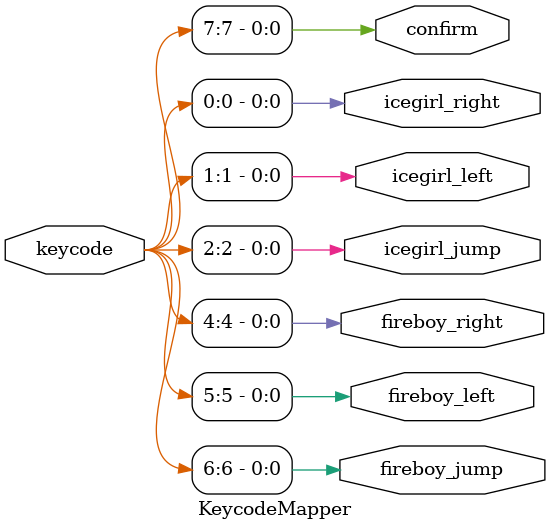
<source format=sv>
module KeycodeMapper (
    input logic [7:0] keycode,
    output logic fireboy_jump, fireboy_left, fireboy_right,
    output logic icegirl_jump, icegirl_left, icegirl_right,
    output logic confirm
);
    assign fireboy_jump = keycode[6];
    assign fireboy_left = keycode[5];
    assign fireboy_right = keycode[4];

    assign icegirl_jump = keycode[2];
    assign icegirl_left = keycode[1];
    assign icegirl_right = keycode[0];

    assign confirm = keycode[7];
endmodule
</source>
